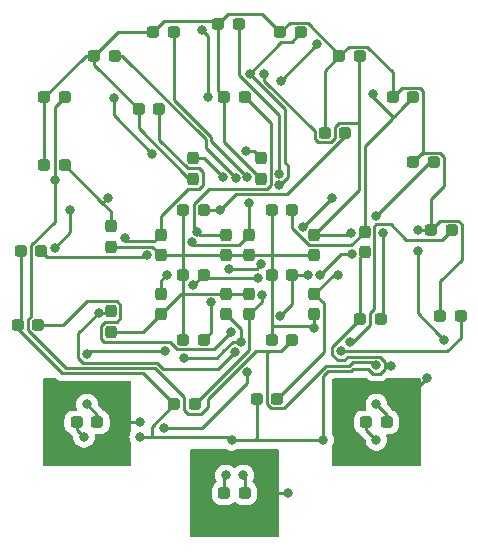
<source format=gbr>
%TF.GenerationSoftware,KiCad,Pcbnew,8.0.5*%
%TF.CreationDate,2025-04-26T14:04:23+02:00*%
%TF.ProjectId,vlvts_top,766c7674-735f-4746-9f70-2e6b69636164,rev?*%
%TF.SameCoordinates,Original*%
%TF.FileFunction,Copper,L2,Bot*%
%TF.FilePolarity,Positive*%
%FSLAX46Y46*%
G04 Gerber Fmt 4.6, Leading zero omitted, Abs format (unit mm)*
G04 Created by KiCad (PCBNEW 8.0.5) date 2025-04-26 14:04:23*
%MOMM*%
%LPD*%
G01*
G04 APERTURE LIST*
G04 Aperture macros list*
%AMRoundRect*
0 Rectangle with rounded corners*
0 $1 Rounding radius*
0 $2 $3 $4 $5 $6 $7 $8 $9 X,Y pos of 4 corners*
0 Add a 4 corners polygon primitive as box body*
4,1,4,$2,$3,$4,$5,$6,$7,$8,$9,$2,$3,0*
0 Add four circle primitives for the rounded corners*
1,1,$1+$1,$2,$3*
1,1,$1+$1,$4,$5*
1,1,$1+$1,$6,$7*
1,1,$1+$1,$8,$9*
0 Add four rect primitives between the rounded corners*
20,1,$1+$1,$2,$3,$4,$5,0*
20,1,$1+$1,$4,$5,$6,$7,0*
20,1,$1+$1,$6,$7,$8,$9,0*
20,1,$1+$1,$8,$9,$2,$3,0*%
G04 Aperture macros list end*
%TA.AperFunction,SMDPad,CuDef*%
%ADD10RoundRect,0.237500X0.287500X0.237500X-0.287500X0.237500X-0.287500X-0.237500X0.287500X-0.237500X0*%
%TD*%
%TA.AperFunction,SMDPad,CuDef*%
%ADD11RoundRect,0.237500X-0.237500X0.287500X-0.237500X-0.287500X0.237500X-0.287500X0.237500X0.287500X0*%
%TD*%
%TA.AperFunction,SMDPad,CuDef*%
%ADD12RoundRect,0.237500X0.237500X-0.287500X0.237500X0.287500X-0.237500X0.287500X-0.237500X-0.287500X0*%
%TD*%
%TA.AperFunction,ViaPad*%
%ADD13C,0.800000*%
%TD*%
%TA.AperFunction,Conductor*%
%ADD14C,0.250000*%
%TD*%
G04 APERTURE END LIST*
D10*
%TO.P,D31,1,K*%
%TO.N,Net-(D15-K)*%
X98625000Y-103750000D03*
%TO.P,D31,2,A*%
%TO.N,Net-(D16-A)*%
X96875000Y-103750000D03*
%TD*%
D11*
%TO.P,D29,1,K*%
%TO.N,Net-(D13-K)*%
X76000000Y-90375000D03*
%TO.P,D29,2,A*%
%TO.N,Net-(D16-A)*%
X76000000Y-92125000D03*
%TD*%
D10*
%TO.P,D40,1,K*%
%TO.N,Net-(D24-K)*%
X67875000Y-112750000D03*
%TO.P,D40,2,A*%
%TO.N,Net-(D32-A)*%
X66125000Y-112750000D03*
%TD*%
%TO.P,D7,1,K*%
%TO.N,Net-(D23-K)*%
X76875000Y-94750000D03*
%TO.P,D7,2,A*%
%TO.N,Net-(D0-A)*%
X75125000Y-94750000D03*
%TD*%
%TO.P,D3,1,K*%
%TO.N,Net-(D19-K)*%
X84375000Y-100250000D03*
%TO.P,D3,2,A*%
%TO.N,Net-(D0-A)*%
X82625000Y-100250000D03*
%TD*%
%TO.P,D35,1,K*%
%TO.N,Net-(D19-K)*%
X62875000Y-104500000D03*
%TO.P,D35,2,A*%
%TO.N,Net-(D32-A)*%
X61125000Y-104500000D03*
%TD*%
%TO.P,D38,1,K*%
%TO.N,Net-(D22-K)*%
X92375000Y-112750000D03*
%TO.P,D38,2,A*%
%TO.N,Net-(D32-A)*%
X90625000Y-112750000D03*
%TD*%
%TO.P,D34,1,K*%
%TO.N,Net-(D18-K)*%
X63125000Y-98250000D03*
%TO.P,D34,2,A*%
%TO.N,Net-(D32-A)*%
X61375000Y-98250000D03*
%TD*%
%TO.P,D10,1,K*%
%TO.N,Net-(D10-K)*%
X76875000Y-100250000D03*
%TO.P,D10,2,A*%
%TO.N,Net-(D0-A)*%
X75125000Y-100250000D03*
%TD*%
D11*
%TO.P,D4,1,K*%
%TO.N,Net-(D20-K)*%
X86250000Y-101875000D03*
%TO.P,D4,2,A*%
%TO.N,Net-(D0-A)*%
X86250000Y-103625000D03*
%TD*%
D12*
%TO.P,D5,1,K*%
%TO.N,Net-(D21-K)*%
X80750000Y-103625000D03*
%TO.P,D5,2,A*%
%TO.N,Net-(D0-A)*%
X80750000Y-101875000D03*
%TD*%
D10*
%TO.P,D30,1,K*%
%TO.N,Net-(D14-K)*%
X65125000Y-91000000D03*
%TO.P,D30,2,A*%
%TO.N,Net-(D16-A)*%
X63375000Y-91000000D03*
%TD*%
%TO.P,D18,1,K*%
%TO.N,Net-(D18-K)*%
X85125000Y-79750000D03*
%TO.P,D18,2,A*%
%TO.N,Net-(D16-A)*%
X83375000Y-79750000D03*
%TD*%
%TO.P,D13,1,K*%
%TO.N,Net-(D13-K)*%
X76875000Y-105750000D03*
%TO.P,D13,2,A*%
%TO.N,Net-(D0-A)*%
X75125000Y-105750000D03*
%TD*%
D11*
%TO.P,D32,1,K*%
%TO.N,Net-(D0-K)*%
X90500000Y-96625000D03*
%TO.P,D32,2,A*%
%TO.N,Net-(D32-A)*%
X90500000Y-98375000D03*
%TD*%
D10*
%TO.P,D24,1,K*%
%TO.N,Net-(D24-K)*%
X80375000Y-85250000D03*
%TO.P,D24,2,A*%
%TO.N,Net-(D16-A)*%
X78625000Y-85250000D03*
%TD*%
D11*
%TO.P,D14,1,K*%
%TO.N,Net-(D14-K)*%
X69000000Y-96125000D03*
%TO.P,D14,2,A*%
%TO.N,Net-(D0-A)*%
X69000000Y-97875000D03*
%TD*%
D10*
%TO.P,D19,1,K*%
%TO.N,Net-(D19-K)*%
X79875000Y-79000000D03*
%TO.P,D19,2,A*%
%TO.N,Net-(D16-A)*%
X78125000Y-79000000D03*
%TD*%
%TO.P,D26,1,K*%
%TO.N,Net-(D10-K)*%
X96375000Y-90750000D03*
%TO.P,D26,2,A*%
%TO.N,Net-(D16-A)*%
X94625000Y-90750000D03*
%TD*%
D11*
%TO.P,D8,1,K*%
%TO.N,Net-(D24-K)*%
X78750000Y-96875000D03*
%TO.P,D8,2,A*%
%TO.N,Net-(D0-A)*%
X78750000Y-98625000D03*
%TD*%
%TO.P,D2,1,K*%
%TO.N,Net-(D18-K)*%
X80750000Y-96875000D03*
%TO.P,D2,2,A*%
%TO.N,Net-(D0-A)*%
X80750000Y-98625000D03*
%TD*%
D10*
%TO.P,D16,1,K*%
%TO.N,Net-(D0-K)*%
X94625000Y-85250000D03*
%TO.P,D16,2,A*%
%TO.N,Net-(D16-A)*%
X92875000Y-85250000D03*
%TD*%
%TO.P,D33,1,K*%
%TO.N,Net-(D1-K)*%
X91875000Y-104000000D03*
%TO.P,D33,2,A*%
%TO.N,Net-(D32-A)*%
X90125000Y-104000000D03*
%TD*%
%TO.P,D36,1,K*%
%TO.N,Net-(D20-K)*%
X83125000Y-110750000D03*
%TO.P,D36,2,A*%
%TO.N,Net-(D32-A)*%
X81375000Y-110750000D03*
%TD*%
%TO.P,D39,1,K*%
%TO.N,Net-(D23-K)*%
X80375000Y-118750000D03*
%TO.P,D39,2,A*%
%TO.N,Net-(D32-A)*%
X78625000Y-118750000D03*
%TD*%
%TO.P,D37,1,K*%
%TO.N,Net-(D21-K)*%
X76125000Y-111250000D03*
%TO.P,D37,2,A*%
%TO.N,Net-(D32-A)*%
X74375000Y-111250000D03*
%TD*%
D11*
%TO.P,D9,1,K*%
%TO.N,Net-(D25-K)*%
X73250000Y-96875000D03*
%TO.P,D9,2,A*%
%TO.N,Net-(D0-A)*%
X73250000Y-98625000D03*
%TD*%
%TO.P,D28,1,K*%
%TO.N,Net-(D12-K)*%
X81750000Y-90375000D03*
%TO.P,D28,2,A*%
%TO.N,Net-(D16-A)*%
X81750000Y-92125000D03*
%TD*%
D10*
%TO.P,D25,1,K*%
%TO.N,Net-(D25-K)*%
X73125000Y-86250000D03*
%TO.P,D25,2,A*%
%TO.N,Net-(D16-A)*%
X71375000Y-86250000D03*
%TD*%
D11*
%TO.P,D1,1,K*%
%TO.N,Net-(D1-K)*%
X86250000Y-96875000D03*
%TO.P,D1,2,A*%
%TO.N,Net-(D0-A)*%
X86250000Y-98625000D03*
%TD*%
D10*
%TO.P,D21,1,K*%
%TO.N,Net-(D21-K)*%
X69375000Y-81750000D03*
%TO.P,D21,2,A*%
%TO.N,Net-(D16-A)*%
X67625000Y-81750000D03*
%TD*%
%TO.P,D6,1,K*%
%TO.N,Net-(D22-K)*%
X84375000Y-105750000D03*
%TO.P,D6,2,A*%
%TO.N,Net-(D0-A)*%
X82625000Y-105750000D03*
%TD*%
D11*
%TO.P,D12,1,K*%
%TO.N,Net-(D12-K)*%
X73250000Y-101875000D03*
%TO.P,D12,2,A*%
%TO.N,Net-(D0-A)*%
X73250000Y-103625000D03*
%TD*%
D10*
%TO.P,D0,1,K*%
%TO.N,Net-(D0-K)*%
X84375000Y-94750000D03*
%TO.P,D0,2,A*%
%TO.N,Net-(D0-A)*%
X82625000Y-94750000D03*
%TD*%
D12*
%TO.P,D11,1,K*%
%TO.N,Net-(D11-K)*%
X78750000Y-103625000D03*
%TO.P,D11,2,A*%
%TO.N,Net-(D0-A)*%
X78750000Y-101875000D03*
%TD*%
D11*
%TO.P,D15,1,K*%
%TO.N,Net-(D15-K)*%
X69000000Y-103375000D03*
%TO.P,D15,2,A*%
%TO.N,Net-(D0-A)*%
X69000000Y-105125000D03*
%TD*%
D10*
%TO.P,D22,1,K*%
%TO.N,Net-(D22-K)*%
X65125000Y-85250000D03*
%TO.P,D22,2,A*%
%TO.N,Net-(D16-A)*%
X63375000Y-85250000D03*
%TD*%
%TO.P,D27,1,K*%
%TO.N,Net-(D11-K)*%
X97875000Y-96500000D03*
%TO.P,D27,2,A*%
%TO.N,Net-(D16-A)*%
X96125000Y-96500000D03*
%TD*%
%TO.P,D17,1,K*%
%TO.N,Net-(D1-K)*%
X90125000Y-81750000D03*
%TO.P,D17,2,A*%
%TO.N,Net-(D16-A)*%
X88375000Y-81750000D03*
%TD*%
%TO.P,D23,1,K*%
%TO.N,Net-(D23-K)*%
X88875000Y-88250000D03*
%TO.P,D23,2,A*%
%TO.N,Net-(D16-A)*%
X87125000Y-88250000D03*
%TD*%
%TO.P,D20,1,K*%
%TO.N,Net-(D20-K)*%
X74375000Y-79750000D03*
%TO.P,D20,2,A*%
%TO.N,Net-(D16-A)*%
X72625000Y-79750000D03*
%TD*%
D13*
%TO.N,Net-(D0-K)*%
X83430898Y-83819102D03*
X91250000Y-85000000D03*
X86487700Y-80762300D03*
%TO.N,Net-(D0-A)*%
X86250000Y-104750000D03*
%TO.N,Net-(D1-K)*%
X89328300Y-96772102D03*
X92024500Y-96750000D03*
X82000000Y-83250000D03*
%TO.N,Net-(D18-K)*%
X83272409Y-92700500D03*
X80750000Y-94149500D03*
X80762300Y-83237700D03*
X72078300Y-98599500D03*
X75849500Y-97500000D03*
%TO.N,Net-(D19-K)*%
X85750000Y-100250000D03*
X83349500Y-103750000D03*
X79200700Y-105100300D03*
X83274500Y-91700902D03*
%TO.N,Net-(D20-K)*%
X80578300Y-91977898D03*
X88250000Y-100250000D03*
%TO.N,Net-(D21-K)*%
X79581050Y-92044959D03*
X81824500Y-102000000D03*
%TO.N,Net-(D22-K)*%
X91500000Y-111250000D03*
X64275000Y-92225000D03*
X91500000Y-107924500D03*
%TO.N,Net-(D23-K)*%
X78250000Y-94750000D03*
X80250000Y-117250000D03*
%TO.N,Net-(D24-K)*%
X76325500Y-96621122D03*
X67000000Y-111250000D03*
X67000000Y-107000000D03*
X73602453Y-106699500D03*
%TO.N,Net-(D25-K)*%
X70250000Y-97150500D03*
%TO.N,Net-(D10-K)*%
X81500688Y-100505305D03*
X89425500Y-98472738D03*
X76000000Y-101150500D03*
X91500000Y-95275500D03*
X86750000Y-100250000D03*
%TO.N,Net-(D11-K)*%
X89250000Y-106000000D03*
X80025500Y-105920943D03*
X75175928Y-107274500D03*
%TO.N,Net-(D12-K)*%
X73750000Y-100250000D03*
X80449799Y-89800201D03*
%TO.N,Net-(D13-K)*%
X78500000Y-92000000D03*
X77500000Y-102599500D03*
%TO.N,Net-(D14-K)*%
X68750000Y-93750000D03*
%TO.N,Net-(D15-K)*%
X88500000Y-106750000D03*
X79550200Y-106800200D03*
X68000000Y-103500000D03*
%TO.N,Net-(D16-A)*%
X95000000Y-96500000D03*
%TO.N,Net-(D32-A)*%
X78750000Y-117250000D03*
X66750000Y-114000000D03*
X87000000Y-114250000D03*
X71500000Y-114000000D03*
X91500000Y-114250000D03*
X79250000Y-114250000D03*
X92750000Y-108000000D03*
%TO.N,BTN_L*%
X80574446Y-108461549D03*
X73500000Y-113250000D03*
X71500000Y-112750000D03*
X79005305Y-99749312D03*
X87750000Y-93750000D03*
X85273536Y-96194433D03*
X81752877Y-99349500D03*
%TO.N,LED_OE*%
X72487701Y-90012299D03*
X69250000Y-85275500D03*
%TO.N,BTN_C*%
X84000000Y-118750000D03*
%TO.N,BTN_R*%
X95750000Y-109000000D03*
%TO.N,GND*%
X76750000Y-79538200D03*
X77250000Y-85224500D03*
%TO.N,LEDg3*%
X95000000Y-98250000D03*
X97250000Y-105750000D03*
%TO.N,VEE*%
X65574500Y-94752476D03*
X64256395Y-98000500D03*
%TD*%
D14*
%TO.N,Net-(D0-K)*%
X92812500Y-87062500D02*
X92937500Y-86937500D01*
X85804505Y-97750000D02*
X89375000Y-97750000D01*
X83430898Y-83819102D02*
X86487700Y-80762300D01*
X90500000Y-90000000D02*
X90500000Y-89375000D01*
X93687500Y-86187500D02*
X94625000Y-85250000D01*
X89375000Y-97750000D02*
X90500000Y-96625000D01*
X91250000Y-85250000D02*
X92937500Y-86937500D01*
X93062500Y-86812500D02*
X93687500Y-86187500D01*
X90500000Y-96625000D02*
X90500000Y-90000000D01*
X90500000Y-89375000D02*
X92812500Y-87062500D01*
X92937500Y-86937500D02*
X93062500Y-86812500D01*
X91250000Y-85250000D02*
X91250000Y-85000000D01*
X84375000Y-96320495D02*
X85804505Y-97750000D01*
X84375000Y-94750000D02*
X84375000Y-96320495D01*
%TO.N,Net-(D0-A)*%
X85250000Y-104625000D02*
X86125000Y-104625000D01*
X82625000Y-100250000D02*
X82625000Y-104625000D01*
X69000000Y-105125000D02*
X71750000Y-105125000D01*
X75000000Y-101875000D02*
X78750000Y-101875000D01*
X82625000Y-94750000D02*
X82625000Y-100250000D01*
X75125000Y-100250000D02*
X75125000Y-105750000D01*
X82625000Y-104625000D02*
X82625000Y-105750000D01*
X75125000Y-100250000D02*
X75125000Y-94750000D01*
X78750000Y-101875000D02*
X80750000Y-101875000D01*
X86250000Y-104750000D02*
X86250000Y-103625000D01*
X73250000Y-103625000D02*
X75000000Y-101875000D01*
X71750000Y-105125000D02*
X73250000Y-103625000D01*
X73250000Y-98625000D02*
X86250000Y-98625000D01*
X86125000Y-104625000D02*
X86250000Y-104750000D01*
X72500000Y-97875000D02*
X73250000Y-98625000D01*
X69000000Y-97875000D02*
X72500000Y-97875000D01*
X85250000Y-104625000D02*
X82625000Y-104625000D01*
%TO.N,Net-(D1-K)*%
X90125000Y-81750000D02*
X90050000Y-81825000D01*
X92024500Y-103850500D02*
X91875000Y-104000000D01*
X82000000Y-83250000D02*
X82000000Y-83839004D01*
X90050000Y-81825000D02*
X90050000Y-93075000D01*
X89225402Y-96875000D02*
X89328300Y-96772102D01*
X92024500Y-96750000D02*
X92024500Y-103850500D01*
X86275000Y-88114004D02*
X82000000Y-83839004D01*
X88300000Y-87450000D02*
X88025000Y-87725000D01*
X87700000Y-89050000D02*
X86550000Y-89050000D01*
X86275000Y-88775000D02*
X86275000Y-88114004D01*
X90050000Y-93075000D02*
X86250000Y-96875000D01*
X86250000Y-96875000D02*
X89225402Y-96875000D01*
X88025000Y-88725000D02*
X87700000Y-89050000D01*
X86550000Y-89050000D02*
X86275000Y-88775000D01*
X88025000Y-87725000D02*
X88025000Y-88725000D01*
X90050000Y-87450000D02*
X88300000Y-87450000D01*
%TO.N,Net-(D18-K)*%
X85125000Y-79750000D02*
X84325000Y-80550000D01*
X83875354Y-92125353D02*
X83999500Y-92001207D01*
X63600000Y-98725000D02*
X71952800Y-98725000D01*
X79900000Y-97725000D02*
X80750000Y-96875000D01*
X76074500Y-97725000D02*
X79900000Y-97725000D01*
X83999500Y-92001207D02*
X83999500Y-91025000D01*
X83999500Y-91025000D02*
X83724500Y-90750000D01*
X83300207Y-92700500D02*
X83875354Y-92125353D01*
X83450000Y-80550000D02*
X80762300Y-83237700D01*
X83724500Y-86199900D02*
X80762300Y-83237700D01*
X75849500Y-97500000D02*
X76074500Y-97725000D01*
X84325000Y-80550000D02*
X83450000Y-80550000D01*
X83272409Y-92700500D02*
X83300207Y-92700500D01*
X63125000Y-98250000D02*
X63600000Y-98725000D01*
X71952800Y-98725000D02*
X72078300Y-98599500D01*
X83299500Y-92700500D02*
X83272409Y-92700500D01*
X80750000Y-94149500D02*
X80750000Y-96875000D01*
X83724500Y-90750000D02*
X83724500Y-86199900D01*
%TO.N,Net-(D19-K)*%
X82500000Y-86000000D02*
X83274500Y-86774500D01*
X74604505Y-106550000D02*
X77751000Y-106550000D01*
X68554505Y-104250000D02*
X68200000Y-104604505D01*
X68200000Y-104604505D02*
X68200000Y-105700000D01*
X83274500Y-86774500D02*
X83274500Y-90750000D01*
X62875000Y-104500000D02*
X65000000Y-104500000D01*
X68200000Y-105700000D02*
X68475000Y-105975000D01*
X66975000Y-102525000D02*
X69525000Y-102525000D01*
X84375000Y-102724500D02*
X84375000Y-100250000D01*
X69800000Y-103950000D02*
X69500000Y-104250000D01*
X69500000Y-104250000D02*
X69250000Y-104250000D01*
X74029505Y-105975000D02*
X74604505Y-106550000D01*
X69525000Y-102525000D02*
X69800000Y-102800000D01*
X83274500Y-90750000D02*
X83274500Y-91700902D01*
X69800000Y-102800000D02*
X69800000Y-103950000D01*
X68475000Y-105975000D02*
X69004505Y-105975000D01*
X77751000Y-106550000D02*
X79200700Y-105100300D01*
X69004505Y-105975000D02*
X74029505Y-105975000D01*
X69250000Y-104250000D02*
X68554505Y-104250000D01*
X85750000Y-100250000D02*
X84375000Y-100250000D01*
X83349500Y-103750000D02*
X84375000Y-102724500D01*
X79875000Y-83375000D02*
X82500000Y-86000000D01*
X66500000Y-103000000D02*
X66975000Y-102525000D01*
X65000000Y-104500000D02*
X66500000Y-103000000D01*
X79875000Y-79000000D02*
X79875000Y-83375000D01*
%TO.N,Net-(D20-K)*%
X87050000Y-106825000D02*
X87050000Y-102675000D01*
X77500000Y-88613604D02*
X74375000Y-85488604D01*
X80578300Y-91977898D02*
X77500000Y-88899598D01*
X74375000Y-85488604D02*
X74375000Y-79750000D01*
X87050000Y-102675000D02*
X86250000Y-101875000D01*
X87875000Y-100250000D02*
X88250000Y-100250000D01*
X83125000Y-110750000D02*
X87050000Y-106825000D01*
X86250000Y-101875000D02*
X87875000Y-100250000D01*
X77500000Y-88899598D02*
X77500000Y-88613604D01*
%TO.N,Net-(D21-K)*%
X80750000Y-103625000D02*
X80750000Y-106625000D01*
X81824500Y-102550500D02*
X80750000Y-103625000D01*
X80750000Y-106625000D02*
X76125000Y-111250000D01*
X77050000Y-88800000D02*
X70000000Y-81750000D01*
X70000000Y-81750000D02*
X69375000Y-81750000D01*
X81824500Y-102000000D02*
X81824500Y-102550500D01*
X79581050Y-92044959D02*
X77050000Y-89513909D01*
X77050000Y-89513909D02*
X77050000Y-88800000D01*
%TO.N,Net-(D22-K)*%
X65229505Y-108175000D02*
X72750000Y-108175000D01*
X64275000Y-95779505D02*
X62275000Y-97779505D01*
X62275000Y-97779505D02*
X62275000Y-103779505D01*
X82604505Y-111550000D02*
X82250000Y-111195495D01*
X62000000Y-104945495D02*
X65229505Y-108175000D01*
X75225000Y-110650000D02*
X75225000Y-111725000D01*
X65125000Y-85250000D02*
X64275000Y-86100000D01*
X91225500Y-107650000D02*
X89500000Y-107650000D01*
X77255698Y-111439797D02*
X77255698Y-110755698D01*
X75550000Y-112050000D02*
X76645495Y-112050000D01*
X83645495Y-111550000D02*
X82604505Y-111550000D01*
X64275000Y-92225000D02*
X64275000Y-95779505D01*
X89500000Y-107650000D02*
X89200000Y-107950000D01*
X82437500Y-106687500D02*
X83437500Y-106687500D01*
X84375000Y-105750000D02*
X83437500Y-106687500D01*
X62275000Y-103779505D02*
X62000000Y-104054505D01*
X77255698Y-110755698D02*
X81323896Y-106687500D01*
X75225000Y-111725000D02*
X75550000Y-112050000D01*
X81323896Y-106687500D02*
X82437500Y-106687500D01*
X89200000Y-107950000D02*
X87245495Y-107950000D01*
X87245495Y-107950000D02*
X83645495Y-111550000D01*
X92375000Y-112125000D02*
X91500000Y-111250000D01*
X64275000Y-86100000D02*
X64275000Y-92225000D01*
X76645495Y-112050000D02*
X77255698Y-111439797D01*
X91500000Y-107924500D02*
X91225500Y-107650000D01*
X92375000Y-112750000D02*
X92375000Y-112125000D01*
X62000000Y-104054505D02*
X62000000Y-104945495D01*
X82250000Y-106875000D02*
X82437500Y-106687500D01*
X72750000Y-108175000D02*
X75225000Y-110650000D01*
X82250000Y-111195495D02*
X82250000Y-106875000D01*
%TO.N,Net-(D23-K)*%
X83961396Y-93425000D02*
X79575000Y-93425000D01*
X78250000Y-94750000D02*
X76875000Y-94750000D01*
X88875000Y-88511396D02*
X83961396Y-93425000D01*
X80375000Y-117375000D02*
X80250000Y-117250000D01*
X79575000Y-93425000D02*
X78250000Y-94750000D01*
X88875000Y-88250000D02*
X88875000Y-88511396D01*
X80375000Y-118750000D02*
X80375000Y-117375000D01*
%TO.N,Net-(D24-K)*%
X67875000Y-112750000D02*
X67875000Y-112125000D01*
X82550000Y-87425000D02*
X80375000Y-85250000D01*
X67300500Y-106699500D02*
X73602453Y-106699500D01*
X76025000Y-96320622D02*
X76025000Y-94279505D01*
X77329505Y-92975000D02*
X82220495Y-92975000D01*
X78750000Y-96875000D02*
X76579378Y-96875000D01*
X67875000Y-112125000D02*
X67000000Y-111250000D01*
X76579378Y-96875000D02*
X76025000Y-96320622D01*
X67000000Y-107000000D02*
X67300500Y-106699500D01*
X82550000Y-92645495D02*
X82550000Y-87425000D01*
X82220495Y-92975000D02*
X82550000Y-92645495D01*
X76025000Y-94279505D02*
X77329505Y-92975000D01*
%TO.N,Net-(D25-K)*%
X75529505Y-92975000D02*
X76470495Y-92975000D01*
X73250000Y-96875000D02*
X73250000Y-95254505D01*
X72700000Y-97425000D02*
X73250000Y-96875000D01*
X73250000Y-95254505D02*
X75529505Y-92975000D01*
X70250000Y-97150500D02*
X70250000Y-97250000D01*
X73125000Y-88820495D02*
X73125000Y-86250000D01*
X70250000Y-97250000D02*
X70425000Y-97425000D01*
X76800000Y-92645495D02*
X76800000Y-91554505D01*
X76470495Y-91225000D02*
X75529505Y-91225000D01*
X75529505Y-91225000D02*
X73125000Y-88820495D01*
X76470495Y-92975000D02*
X76800000Y-92645495D01*
X76800000Y-91554505D02*
X76470495Y-91225000D01*
X70425000Y-97425000D02*
X72700000Y-97425000D01*
%TO.N,Net-(D10-K)*%
X89425500Y-98472738D02*
X88527262Y-98472738D01*
X76000000Y-101125000D02*
X76875000Y-100250000D01*
X96375000Y-90750000D02*
X96025500Y-90750000D01*
X76000000Y-101150500D02*
X76000000Y-101125000D01*
X96025500Y-90750000D02*
X91500000Y-95275500D01*
X88527262Y-98472738D02*
X86750000Y-100250000D01*
X77130305Y-100505305D02*
X76875000Y-100250000D01*
X81500688Y-100505305D02*
X77130305Y-100505305D01*
%TO.N,Net-(D11-K)*%
X77975500Y-107274500D02*
X75175928Y-107274500D01*
X80025500Y-104900500D02*
X78750000Y-103625000D01*
X79329057Y-105920943D02*
X78500000Y-106750000D01*
X80025500Y-105920943D02*
X80025500Y-104900500D01*
X78500000Y-106750000D02*
X77975500Y-107274500D01*
X91300000Y-96200000D02*
X91300000Y-96500000D01*
X97875000Y-96500000D02*
X97075000Y-97300000D01*
X92750000Y-96000000D02*
X91500000Y-96000000D01*
X97075000Y-97300000D02*
X95750000Y-97300000D01*
X89500000Y-106000000D02*
X89250000Y-106000000D01*
X90975000Y-103529505D02*
X90975000Y-104525000D01*
X91300000Y-96500000D02*
X91300000Y-103204505D01*
X80025500Y-105920943D02*
X79329057Y-105920943D01*
X94050000Y-97300000D02*
X92750000Y-96000000D01*
X91300000Y-103204505D02*
X90975000Y-103529505D01*
X90975000Y-104525000D02*
X89500000Y-106000000D01*
X95750000Y-97300000D02*
X94050000Y-97300000D01*
X91500000Y-96000000D02*
X91300000Y-96200000D01*
%TO.N,Net-(D12-K)*%
X80449799Y-89800201D02*
X81175201Y-89800201D01*
X73250000Y-100750000D02*
X73750000Y-100250000D01*
X73250000Y-101875000D02*
X73250000Y-100750000D01*
X81175201Y-89800201D02*
X81750000Y-90375000D01*
%TO.N,Net-(D13-K)*%
X76875000Y-90375000D02*
X78500000Y-92000000D01*
X76000000Y-90375000D02*
X76875000Y-90375000D01*
X77500000Y-105125000D02*
X76875000Y-105750000D01*
X77500000Y-102599500D02*
X77500000Y-105125000D01*
%TO.N,Net-(D14-K)*%
X68750000Y-93750000D02*
X68312500Y-94187500D01*
X68312500Y-94187500D02*
X69000000Y-94875000D01*
X69000000Y-94875000D02*
X69000000Y-96125000D01*
X65125000Y-91000000D02*
X68312500Y-94187500D01*
%TO.N,Net-(D15-K)*%
X68000000Y-103500000D02*
X68875000Y-103500000D01*
X78100400Y-108250000D02*
X73461396Y-108250000D01*
X98625000Y-103750000D02*
X98625000Y-105625000D01*
X66699695Y-107725000D02*
X66275000Y-107300305D01*
X72936396Y-107725000D02*
X66699695Y-107725000D01*
X98625000Y-105625000D02*
X97500000Y-106750000D01*
X66275000Y-105225000D02*
X68000000Y-103500000D01*
X69000000Y-103375000D02*
X68793109Y-103375000D01*
X79550200Y-106800200D02*
X78100400Y-108250000D01*
X68875000Y-103500000D02*
X69000000Y-103375000D01*
X66275000Y-107300305D02*
X66275000Y-105225000D01*
X97500000Y-106750000D02*
X88500000Y-106750000D01*
X73461396Y-108250000D02*
X72936396Y-107725000D01*
%TO.N,Net-(D16-A)*%
X98450000Y-95700000D02*
X98725000Y-95975000D01*
X71375000Y-87875000D02*
X75500000Y-92000000D01*
X95475000Y-84725000D02*
X95475000Y-89900000D01*
X78625000Y-85250000D02*
X78625000Y-89000000D01*
X96125000Y-96500000D02*
X96925000Y-95700000D01*
X87125000Y-83000000D02*
X88375000Y-81750000D01*
X78625000Y-89000000D02*
X81750000Y-92125000D01*
X98725000Y-98976901D02*
X96875000Y-100826901D01*
X95000000Y-96500000D02*
X96125000Y-96500000D01*
X92875000Y-83125000D02*
X92875000Y-85250000D01*
X67625000Y-82500000D02*
X71375000Y-86250000D01*
X73561800Y-78813200D02*
X72625000Y-79750000D01*
X87125000Y-88250000D02*
X87125000Y-83000000D01*
X78125000Y-84750000D02*
X78625000Y-85250000D01*
X94625000Y-90750000D02*
X95425000Y-89950000D01*
X95475000Y-89900000D02*
X94625000Y-90750000D01*
X89175000Y-80950000D02*
X90700000Y-80950000D01*
X96925000Y-95700000D02*
X98450000Y-95700000D01*
X88375000Y-81750000D02*
X89175000Y-80950000D01*
X85700000Y-78950000D02*
X88375000Y-81625000D01*
X81825000Y-78200000D02*
X83375000Y-79750000D01*
X67625000Y-81750000D02*
X67625000Y-82500000D01*
X63375000Y-85250000D02*
X66875000Y-81750000D01*
X71375000Y-86250000D02*
X71375000Y-87875000D01*
X88375000Y-81625000D02*
X88375000Y-81750000D01*
X95425000Y-89950000D02*
X96895495Y-89950000D01*
X84175000Y-78950000D02*
X85700000Y-78950000D01*
X78125000Y-79000000D02*
X78925000Y-78200000D01*
X83375000Y-79750000D02*
X84175000Y-78950000D01*
X96895495Y-89950000D02*
X97250000Y-90304505D01*
X93675000Y-84450000D02*
X95200000Y-84450000D01*
X96875000Y-100826901D02*
X96875000Y-103750000D01*
X66875000Y-81750000D02*
X67625000Y-81750000D01*
X67625000Y-81750000D02*
X69625000Y-79750000D01*
X69625000Y-79750000D02*
X72625000Y-79750000D01*
X92875000Y-85250000D02*
X93675000Y-84450000D01*
X78125000Y-79000000D02*
X78125000Y-84750000D01*
X95200000Y-84450000D02*
X95475000Y-84725000D01*
X97250000Y-92750000D02*
X96125000Y-93875000D01*
X90700000Y-80950000D02*
X92875000Y-83125000D01*
X77938200Y-78813200D02*
X73561800Y-78813200D01*
X63375000Y-91000000D02*
X63375000Y-85250000D01*
X78925000Y-78200000D02*
X81825000Y-78200000D01*
X96125000Y-93875000D02*
X96125000Y-96500000D01*
X78125000Y-79000000D02*
X77938200Y-78813200D01*
X97250000Y-90304505D02*
X97250000Y-92750000D01*
X98725000Y-95975000D02*
X98725000Y-98976901D01*
%TO.N,Net-(D32-A)*%
X91199695Y-108649500D02*
X91850500Y-108649500D01*
X71500000Y-114000000D02*
X72500000Y-114000000D01*
X91850500Y-108649500D02*
X92225000Y-108275000D01*
X78625000Y-118750000D02*
X78625000Y-117375000D01*
X89370451Y-108415945D02*
X89536396Y-108250000D01*
X90125000Y-98750000D02*
X90125000Y-104000000D01*
X91800805Y-107200000D02*
X92225000Y-107624195D01*
X79000000Y-114000000D02*
X79250000Y-114250000D01*
X81375000Y-110750000D02*
X81375000Y-114125000D01*
X81250000Y-114250000D02*
X79250000Y-114250000D01*
X72500000Y-114000000D02*
X74250000Y-114000000D01*
X74375000Y-111250000D02*
X72500000Y-113125000D01*
X92750000Y-108000000D02*
X92250000Y-108000000D01*
X74375000Y-111250000D02*
X71750000Y-108625000D01*
X90625000Y-113375000D02*
X91500000Y-114250000D01*
X92225000Y-107624195D02*
X92225000Y-107975000D01*
X87415946Y-108415945D02*
X89370451Y-108415945D01*
X72500000Y-113125000D02*
X72500000Y-114000000D01*
X88775305Y-107500000D02*
X89075305Y-107200000D01*
X92250000Y-108000000D02*
X92225000Y-107975000D01*
X92225000Y-107975000D02*
X92225000Y-108275000D01*
X74250000Y-114000000D02*
X79000000Y-114000000D01*
X90125000Y-104000000D02*
X87775000Y-106350000D01*
X61375000Y-104250000D02*
X61125000Y-104500000D01*
X66125000Y-113375000D02*
X66750000Y-114000000D01*
X89536396Y-108250000D02*
X90800195Y-108250000D01*
X78625000Y-117375000D02*
X78750000Y-117250000D01*
X87775000Y-107050305D02*
X88224695Y-107500000D01*
X89075305Y-107200000D02*
X91800805Y-107200000D01*
X88224695Y-107500000D02*
X88775305Y-107500000D01*
X87000000Y-114250000D02*
X87000000Y-108831891D01*
X90625000Y-112750000D02*
X90625000Y-113375000D01*
X90500000Y-98375000D02*
X90125000Y-98750000D01*
X61375000Y-98250000D02*
X61375000Y-104250000D01*
X87775000Y-106350000D02*
X87775000Y-107050305D01*
X66125000Y-112750000D02*
X66125000Y-113375000D01*
X71750000Y-108625000D02*
X64875000Y-108625000D01*
X90800195Y-108250000D02*
X91199695Y-108649500D01*
X87000000Y-108831891D02*
X87415946Y-108415945D01*
X87000000Y-114250000D02*
X81250000Y-114250000D01*
X81375000Y-114125000D02*
X81250000Y-114250000D01*
X64875000Y-108625000D02*
X61125000Y-104875000D01*
X61125000Y-104875000D02*
X61125000Y-104500000D01*
%TO.N,BTN_L*%
X87750000Y-93750000D02*
X85250000Y-96250000D01*
X81752877Y-99349500D02*
X81353065Y-99749312D01*
X80574446Y-108461549D02*
X80574446Y-109425554D01*
X71500000Y-112750000D02*
X70250000Y-112750000D01*
X85250000Y-96250000D02*
X85250000Y-96217969D01*
X80574446Y-109425554D02*
X76750000Y-113250000D01*
X81353065Y-99749312D02*
X79005305Y-99749312D01*
X76750000Y-113250000D02*
X74500000Y-113250000D01*
X85250000Y-96217969D02*
X85273536Y-96194433D01*
X74500000Y-113250000D02*
X73500000Y-113250000D01*
%TO.N,LED_OE*%
X69250000Y-86774598D02*
X72487701Y-90012299D01*
X69250000Y-85275500D02*
X69250000Y-86774598D01*
%TO.N,BTN_C*%
X84000000Y-118750000D02*
X83000000Y-118750000D01*
%TO.N,BTN_R*%
X95750000Y-109000000D02*
X94750000Y-110000000D01*
X94750000Y-110000000D02*
X94750000Y-110250000D01*
%TO.N,GND*%
X77250000Y-80038200D02*
X77250000Y-85224500D01*
X76750000Y-79538200D02*
X77250000Y-80038200D01*
%TO.N,LEDg3*%
X96750000Y-105250000D02*
X97250000Y-105750000D01*
X95000000Y-98250000D02*
X95000000Y-103500000D01*
X95000000Y-103500000D02*
X96750000Y-105250000D01*
%TO.N,VEE*%
X65574500Y-94752476D02*
X65574500Y-96682395D01*
X65574500Y-96682395D02*
X64256395Y-98000500D01*
%TD*%
%TA.AperFunction,Conductor*%
%TO.N,BTN_C*%
G36*
X78763835Y-115020002D02*
G01*
X78769771Y-115024060D01*
X78793248Y-115041118D01*
X78967712Y-115118794D01*
X79154513Y-115158500D01*
X79345487Y-115158500D01*
X79532288Y-115118794D01*
X79706752Y-115041118D01*
X79730223Y-115024064D01*
X79797091Y-115000206D01*
X79804286Y-115000000D01*
X83124000Y-115000000D01*
X83192121Y-115020002D01*
X83238614Y-115073658D01*
X83250000Y-115126000D01*
X83250000Y-122374000D01*
X83229998Y-122442121D01*
X83176342Y-122488614D01*
X83124000Y-122500000D01*
X75876000Y-122500000D01*
X75807879Y-122479998D01*
X75761386Y-122426342D01*
X75750000Y-122374000D01*
X75750000Y-118462778D01*
X77591500Y-118462778D01*
X77591500Y-119037212D01*
X77601937Y-119139380D01*
X77656791Y-119304920D01*
X77748342Y-119453346D01*
X77748347Y-119453352D01*
X77871647Y-119576652D01*
X77871653Y-119576657D01*
X77871654Y-119576658D01*
X78020080Y-119668209D01*
X78185619Y-119723062D01*
X78287787Y-119733500D01*
X78962212Y-119733499D01*
X79064381Y-119723062D01*
X79229920Y-119668209D01*
X79378346Y-119576658D01*
X79410905Y-119544098D01*
X79473215Y-119510074D01*
X79544031Y-119515138D01*
X79589094Y-119544098D01*
X79621654Y-119576658D01*
X79770080Y-119668209D01*
X79935619Y-119723062D01*
X80037787Y-119733500D01*
X80712212Y-119733499D01*
X80814381Y-119723062D01*
X80979920Y-119668209D01*
X81128346Y-119576658D01*
X81251658Y-119453346D01*
X81343209Y-119304920D01*
X81398062Y-119139381D01*
X81408500Y-119037213D01*
X81408499Y-118462788D01*
X81398062Y-118360619D01*
X81343209Y-118195080D01*
X81251658Y-118046654D01*
X81251657Y-118046653D01*
X81251652Y-118046647D01*
X81128346Y-117923341D01*
X81071716Y-117888411D01*
X81024239Y-117835625D01*
X81012836Y-117765550D01*
X81028744Y-117718173D01*
X81084527Y-117621556D01*
X81143542Y-117439928D01*
X81163504Y-117250000D01*
X81143542Y-117060072D01*
X81084527Y-116878444D01*
X80989040Y-116713056D01*
X80989038Y-116713054D01*
X80989034Y-116713048D01*
X80861255Y-116571135D01*
X80706752Y-116458882D01*
X80532288Y-116381206D01*
X80345487Y-116341500D01*
X80154513Y-116341500D01*
X79967711Y-116381206D01*
X79793247Y-116458882D01*
X79638746Y-116571134D01*
X79593636Y-116621234D01*
X79533190Y-116658473D01*
X79462206Y-116657121D01*
X79406364Y-116621234D01*
X79361253Y-116571134D01*
X79206752Y-116458882D01*
X79032288Y-116381206D01*
X78845487Y-116341500D01*
X78654513Y-116341500D01*
X78467711Y-116381206D01*
X78293247Y-116458882D01*
X78138744Y-116571135D01*
X78010965Y-116713048D01*
X78010958Y-116713058D01*
X77915476Y-116878438D01*
X77915473Y-116878445D01*
X77856457Y-117060072D01*
X77836496Y-117250000D01*
X77856457Y-117439927D01*
X77895317Y-117559524D01*
X77915473Y-117621556D01*
X77971254Y-117718171D01*
X77987992Y-117787165D01*
X77964772Y-117854257D01*
X77928283Y-117888411D01*
X77871653Y-117923341D01*
X77748347Y-118046647D01*
X77748342Y-118046653D01*
X77656791Y-118195080D01*
X77601937Y-118360622D01*
X77591500Y-118462778D01*
X75750000Y-118462778D01*
X75750000Y-115126000D01*
X75770002Y-115057879D01*
X75823658Y-115011386D01*
X75876000Y-115000000D01*
X78695714Y-115000000D01*
X78763835Y-115020002D01*
G37*
%TD.AperFunction*%
%TD*%
%TA.AperFunction,Conductor*%
%TO.N,BTN_L*%
G36*
X64370027Y-109020002D02*
G01*
X64391001Y-109036905D01*
X64471167Y-109117071D01*
X64574925Y-109186400D01*
X64690215Y-109234155D01*
X64812606Y-109258500D01*
X64812607Y-109258500D01*
X70624000Y-109258500D01*
X70692121Y-109278502D01*
X70738614Y-109332158D01*
X70750000Y-109384500D01*
X70750000Y-113448277D01*
X70733119Y-113511277D01*
X70665476Y-113628438D01*
X70665473Y-113628445D01*
X70606457Y-113810072D01*
X70586496Y-114000000D01*
X70606457Y-114189927D01*
X70645317Y-114309524D01*
X70665473Y-114371556D01*
X70733120Y-114488723D01*
X70750000Y-114551721D01*
X70750000Y-116374000D01*
X70729998Y-116442121D01*
X70676342Y-116488614D01*
X70624000Y-116500000D01*
X63376000Y-116500000D01*
X63307879Y-116479998D01*
X63261386Y-116426342D01*
X63250000Y-116374000D01*
X63250000Y-112462778D01*
X65091500Y-112462778D01*
X65091500Y-113037212D01*
X65101937Y-113139380D01*
X65156791Y-113304920D01*
X65248342Y-113453346D01*
X65248347Y-113453352D01*
X65371647Y-113576652D01*
X65371653Y-113576657D01*
X65371654Y-113576658D01*
X65520080Y-113668209D01*
X65528997Y-113671163D01*
X65587368Y-113711577D01*
X65594128Y-113720763D01*
X65632929Y-113778833D01*
X65802878Y-113948782D01*
X65836902Y-114011092D01*
X65839092Y-114024705D01*
X65856457Y-114189927D01*
X65886526Y-114282470D01*
X65915473Y-114371556D01*
X65915476Y-114371561D01*
X66010958Y-114536941D01*
X66010965Y-114536951D01*
X66138744Y-114678864D01*
X66138747Y-114678866D01*
X66293248Y-114791118D01*
X66467712Y-114868794D01*
X66654513Y-114908500D01*
X66845487Y-114908500D01*
X67032288Y-114868794D01*
X67206752Y-114791118D01*
X67361253Y-114678866D01*
X67489040Y-114536944D01*
X67584527Y-114371556D01*
X67643542Y-114189928D01*
X67663504Y-114000000D01*
X67650121Y-113872668D01*
X67662893Y-113802831D01*
X67711395Y-113750984D01*
X67775431Y-113733499D01*
X68212212Y-113733499D01*
X68314381Y-113723062D01*
X68479920Y-113668209D01*
X68628346Y-113576658D01*
X68751658Y-113453346D01*
X68843209Y-113304920D01*
X68898062Y-113139381D01*
X68908500Y-113037213D01*
X68908499Y-112462788D01*
X68898062Y-112360619D01*
X68843209Y-112195080D01*
X68751658Y-112046654D01*
X68751657Y-112046653D01*
X68751652Y-112046647D01*
X68628352Y-111923347D01*
X68628346Y-111923342D01*
X68479918Y-111831790D01*
X68474201Y-111829896D01*
X68471001Y-111828835D01*
X68412630Y-111788422D01*
X68405877Y-111779244D01*
X68367071Y-111721167D01*
X68278833Y-111632929D01*
X67947122Y-111301218D01*
X67913096Y-111238906D01*
X67910907Y-111225293D01*
X67893542Y-111060072D01*
X67834527Y-110878444D01*
X67739040Y-110713056D01*
X67739038Y-110713054D01*
X67739034Y-110713048D01*
X67611255Y-110571135D01*
X67456752Y-110458882D01*
X67282288Y-110381206D01*
X67095487Y-110341500D01*
X66904513Y-110341500D01*
X66717711Y-110381206D01*
X66543247Y-110458882D01*
X66388744Y-110571135D01*
X66260965Y-110713048D01*
X66260958Y-110713058D01*
X66165476Y-110878438D01*
X66165473Y-110878445D01*
X66106457Y-111060072D01*
X66086496Y-111250000D01*
X66106457Y-111439928D01*
X66158976Y-111601564D01*
X66161003Y-111672532D01*
X66124341Y-111733329D01*
X66060629Y-111764655D01*
X66039143Y-111766500D01*
X65787787Y-111766500D01*
X65685619Y-111776937D01*
X65520079Y-111831791D01*
X65371653Y-111923342D01*
X65371647Y-111923347D01*
X65248347Y-112046647D01*
X65248342Y-112046653D01*
X65156791Y-112195080D01*
X65101937Y-112360622D01*
X65091500Y-112462778D01*
X63250000Y-112462778D01*
X63250000Y-109126000D01*
X63270002Y-109057879D01*
X63323658Y-109011386D01*
X63376000Y-109000000D01*
X64301906Y-109000000D01*
X64370027Y-109020002D01*
G37*
%TD.AperFunction*%
%TD*%
%TA.AperFunction,Conductor*%
%TO.N,BTN_R*%
G36*
X90670222Y-109020002D02*
G01*
X90691196Y-109036905D01*
X90795862Y-109141571D01*
X90899620Y-109210900D01*
X91014910Y-109258655D01*
X91137301Y-109283000D01*
X91137302Y-109283000D01*
X91912893Y-109283000D01*
X91912894Y-109283000D01*
X92035285Y-109258655D01*
X92150575Y-109210900D01*
X92254333Y-109141571D01*
X92358999Y-109036905D01*
X92421311Y-109002879D01*
X92448094Y-109000000D01*
X95124000Y-109000000D01*
X95192121Y-109020002D01*
X95238614Y-109073658D01*
X95250000Y-109126000D01*
X95250000Y-116374000D01*
X95229998Y-116442121D01*
X95176342Y-116488614D01*
X95124000Y-116500000D01*
X87876000Y-116500000D01*
X87807879Y-116479998D01*
X87761386Y-116426342D01*
X87750000Y-116374000D01*
X87750000Y-114801721D01*
X87766879Y-114738723D01*
X87834527Y-114621556D01*
X87893542Y-114439928D01*
X87913504Y-114250000D01*
X87893542Y-114060072D01*
X87834527Y-113878444D01*
X87777017Y-113778834D01*
X87766881Y-113761277D01*
X87750000Y-113698277D01*
X87750000Y-112462778D01*
X89591500Y-112462778D01*
X89591500Y-113037212D01*
X89601937Y-113139380D01*
X89656791Y-113304920D01*
X89748342Y-113453346D01*
X89748347Y-113453352D01*
X89871647Y-113576652D01*
X89871653Y-113576657D01*
X89871654Y-113576658D01*
X90020080Y-113668209D01*
X90028997Y-113671163D01*
X90087368Y-113711577D01*
X90094128Y-113720763D01*
X90132929Y-113778833D01*
X90552878Y-114198782D01*
X90586902Y-114261093D01*
X90589092Y-114274705D01*
X90606457Y-114439927D01*
X90636526Y-114532470D01*
X90665473Y-114621556D01*
X90665476Y-114621561D01*
X90760958Y-114786941D01*
X90760965Y-114786951D01*
X90888744Y-114928864D01*
X90888747Y-114928866D01*
X91043248Y-115041118D01*
X91217712Y-115118794D01*
X91404513Y-115158500D01*
X91595487Y-115158500D01*
X91782288Y-115118794D01*
X91956752Y-115041118D01*
X92111253Y-114928866D01*
X92239040Y-114786944D01*
X92334527Y-114621556D01*
X92393542Y-114439928D01*
X92413504Y-114250000D01*
X92393542Y-114060072D01*
X92341021Y-113898433D01*
X92338994Y-113827468D01*
X92375656Y-113766670D01*
X92439368Y-113735345D01*
X92460855Y-113733499D01*
X92712212Y-113733499D01*
X92814381Y-113723062D01*
X92979920Y-113668209D01*
X93128346Y-113576658D01*
X93251658Y-113453346D01*
X93343209Y-113304920D01*
X93398062Y-113139381D01*
X93408500Y-113037213D01*
X93408499Y-112462788D01*
X93398062Y-112360619D01*
X93343209Y-112195080D01*
X93251658Y-112046654D01*
X93251657Y-112046653D01*
X93251652Y-112046647D01*
X93128352Y-111923347D01*
X93128346Y-111923342D01*
X92979920Y-111831791D01*
X92979919Y-111831790D01*
X92979918Y-111831790D01*
X92974201Y-111829896D01*
X92971001Y-111828835D01*
X92912630Y-111788422D01*
X92905877Y-111779244D01*
X92867071Y-111721167D01*
X92778833Y-111632929D01*
X92447122Y-111301218D01*
X92413096Y-111238906D01*
X92410907Y-111225293D01*
X92393542Y-111060072D01*
X92334527Y-110878444D01*
X92239040Y-110713056D01*
X92239038Y-110713054D01*
X92239034Y-110713048D01*
X92111255Y-110571135D01*
X91956752Y-110458882D01*
X91782288Y-110381206D01*
X91595487Y-110341500D01*
X91404513Y-110341500D01*
X91217711Y-110381206D01*
X91043247Y-110458882D01*
X90888744Y-110571135D01*
X90760965Y-110713048D01*
X90760958Y-110713058D01*
X90665476Y-110878438D01*
X90665473Y-110878445D01*
X90606457Y-111060072D01*
X90586496Y-111250000D01*
X90606457Y-111439928D01*
X90658976Y-111601564D01*
X90661003Y-111672532D01*
X90624341Y-111733329D01*
X90560629Y-111764655D01*
X90539143Y-111766500D01*
X90287787Y-111766500D01*
X90185619Y-111776937D01*
X90020079Y-111831791D01*
X89871653Y-111923342D01*
X89871647Y-111923347D01*
X89748347Y-112046647D01*
X89748342Y-112046653D01*
X89656791Y-112195080D01*
X89601937Y-112360622D01*
X89591500Y-112462778D01*
X87750000Y-112462778D01*
X87750000Y-109175445D01*
X87770002Y-109107324D01*
X87823658Y-109060831D01*
X87876000Y-109049445D01*
X89432844Y-109049445D01*
X89432845Y-109049445D01*
X89555236Y-109025100D01*
X89570443Y-109018800D01*
X89592679Y-109009591D01*
X89640896Y-109000000D01*
X90602101Y-109000000D01*
X90670222Y-109020002D01*
G37*
%TD.AperFunction*%
%TD*%
M02*

</source>
